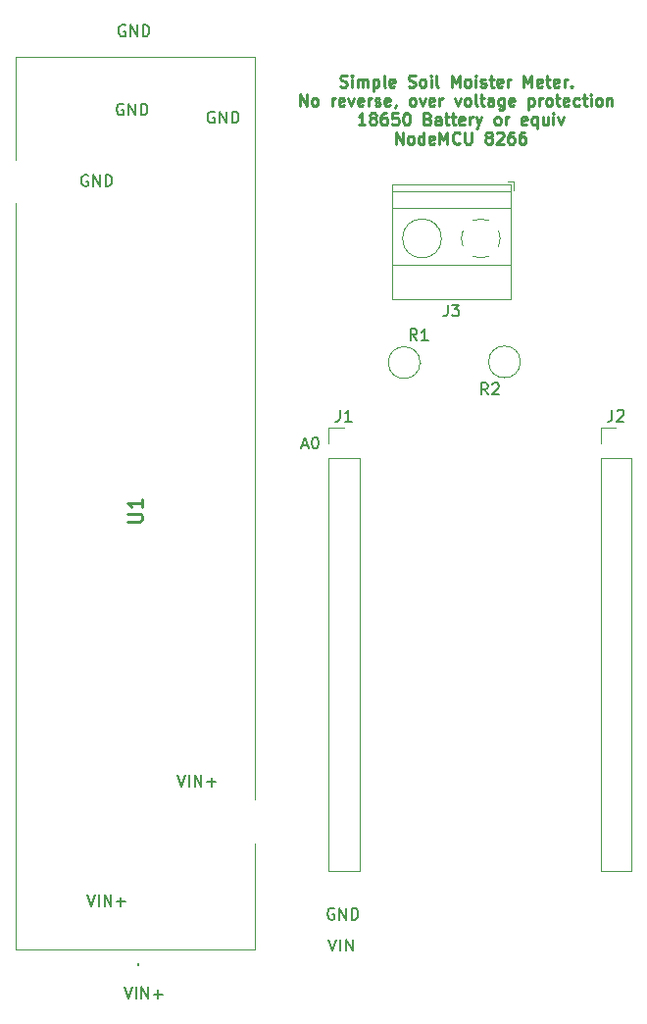
<source format=gbr>
%TF.GenerationSoftware,KiCad,Pcbnew,(6.0.0)*%
%TF.CreationDate,2022-04-22T11:48:44-07:00*%
%TF.ProjectId,Garden-Soil-MoistureSensor-Minimal,47617264-656e-42d5-936f-696c2d4d6f69,rev?*%
%TF.SameCoordinates,Original*%
%TF.FileFunction,Legend,Top*%
%TF.FilePolarity,Positive*%
%FSLAX46Y46*%
G04 Gerber Fmt 4.6, Leading zero omitted, Abs format (unit mm)*
G04 Created by KiCad (PCBNEW (6.0.0)) date 2022-04-22 11:48:44*
%MOMM*%
%LPD*%
G01*
G04 APERTURE LIST*
%ADD10C,0.254000*%
%ADD11C,0.150000*%
%ADD12C,0.120000*%
%ADD13C,0.100000*%
%ADD14C,0.200000*%
G04 APERTURE END LIST*
D10*
X151081477Y-57047193D02*
X151226620Y-57095574D01*
X151468524Y-57095574D01*
X151565286Y-57047193D01*
X151613667Y-56998812D01*
X151662048Y-56902050D01*
X151662048Y-56805288D01*
X151613667Y-56708526D01*
X151565286Y-56660145D01*
X151468524Y-56611764D01*
X151275001Y-56563383D01*
X151178239Y-56515002D01*
X151129858Y-56466621D01*
X151081477Y-56369859D01*
X151081477Y-56273097D01*
X151129858Y-56176335D01*
X151178239Y-56127955D01*
X151275001Y-56079574D01*
X151516905Y-56079574D01*
X151662048Y-56127955D01*
X152097477Y-57095574D02*
X152097477Y-56418240D01*
X152097477Y-56079574D02*
X152049096Y-56127955D01*
X152097477Y-56176335D01*
X152145858Y-56127955D01*
X152097477Y-56079574D01*
X152097477Y-56176335D01*
X152581286Y-57095574D02*
X152581286Y-56418240D01*
X152581286Y-56515002D02*
X152629667Y-56466621D01*
X152726429Y-56418240D01*
X152871572Y-56418240D01*
X152968334Y-56466621D01*
X153016715Y-56563383D01*
X153016715Y-57095574D01*
X153016715Y-56563383D02*
X153065096Y-56466621D01*
X153161858Y-56418240D01*
X153307001Y-56418240D01*
X153403762Y-56466621D01*
X153452143Y-56563383D01*
X153452143Y-57095574D01*
X153935953Y-56418240D02*
X153935953Y-57434240D01*
X153935953Y-56466621D02*
X154032715Y-56418240D01*
X154226239Y-56418240D01*
X154323001Y-56466621D01*
X154371382Y-56515002D01*
X154419762Y-56611764D01*
X154419762Y-56902050D01*
X154371382Y-56998812D01*
X154323001Y-57047193D01*
X154226239Y-57095574D01*
X154032715Y-57095574D01*
X153935953Y-57047193D01*
X155000334Y-57095574D02*
X154903572Y-57047193D01*
X154855191Y-56950431D01*
X154855191Y-56079574D01*
X155774429Y-57047193D02*
X155677667Y-57095574D01*
X155484143Y-57095574D01*
X155387382Y-57047193D01*
X155339001Y-56950431D01*
X155339001Y-56563383D01*
X155387382Y-56466621D01*
X155484143Y-56418240D01*
X155677667Y-56418240D01*
X155774429Y-56466621D01*
X155822810Y-56563383D01*
X155822810Y-56660145D01*
X155339001Y-56756907D01*
X156983953Y-57047193D02*
X157129096Y-57095574D01*
X157371001Y-57095574D01*
X157467762Y-57047193D01*
X157516143Y-56998812D01*
X157564524Y-56902050D01*
X157564524Y-56805288D01*
X157516143Y-56708526D01*
X157467762Y-56660145D01*
X157371001Y-56611764D01*
X157177477Y-56563383D01*
X157080715Y-56515002D01*
X157032334Y-56466621D01*
X156983953Y-56369859D01*
X156983953Y-56273097D01*
X157032334Y-56176335D01*
X157080715Y-56127955D01*
X157177477Y-56079574D01*
X157419382Y-56079574D01*
X157564524Y-56127955D01*
X158145096Y-57095574D02*
X158048334Y-57047193D01*
X157999953Y-56998812D01*
X157951572Y-56902050D01*
X157951572Y-56611764D01*
X157999953Y-56515002D01*
X158048334Y-56466621D01*
X158145096Y-56418240D01*
X158290239Y-56418240D01*
X158387001Y-56466621D01*
X158435382Y-56515002D01*
X158483762Y-56611764D01*
X158483762Y-56902050D01*
X158435382Y-56998812D01*
X158387001Y-57047193D01*
X158290239Y-57095574D01*
X158145096Y-57095574D01*
X158919191Y-57095574D02*
X158919191Y-56418240D01*
X158919191Y-56079574D02*
X158870810Y-56127955D01*
X158919191Y-56176335D01*
X158967572Y-56127955D01*
X158919191Y-56079574D01*
X158919191Y-56176335D01*
X159548143Y-57095574D02*
X159451382Y-57047193D01*
X159403001Y-56950431D01*
X159403001Y-56079574D01*
X160709286Y-57095574D02*
X160709286Y-56079574D01*
X161047953Y-56805288D01*
X161386620Y-56079574D01*
X161386620Y-57095574D01*
X162015572Y-57095574D02*
X161918810Y-57047193D01*
X161870429Y-56998812D01*
X161822048Y-56902050D01*
X161822048Y-56611764D01*
X161870429Y-56515002D01*
X161918810Y-56466621D01*
X162015572Y-56418240D01*
X162160715Y-56418240D01*
X162257477Y-56466621D01*
X162305858Y-56515002D01*
X162354239Y-56611764D01*
X162354239Y-56902050D01*
X162305858Y-56998812D01*
X162257477Y-57047193D01*
X162160715Y-57095574D01*
X162015572Y-57095574D01*
X162789667Y-57095574D02*
X162789667Y-56418240D01*
X162789667Y-56079574D02*
X162741286Y-56127955D01*
X162789667Y-56176335D01*
X162838048Y-56127955D01*
X162789667Y-56079574D01*
X162789667Y-56176335D01*
X163225096Y-57047193D02*
X163321858Y-57095574D01*
X163515382Y-57095574D01*
X163612143Y-57047193D01*
X163660524Y-56950431D01*
X163660524Y-56902050D01*
X163612143Y-56805288D01*
X163515382Y-56756907D01*
X163370239Y-56756907D01*
X163273477Y-56708526D01*
X163225096Y-56611764D01*
X163225096Y-56563383D01*
X163273477Y-56466621D01*
X163370239Y-56418240D01*
X163515382Y-56418240D01*
X163612143Y-56466621D01*
X163950810Y-56418240D02*
X164337858Y-56418240D01*
X164095953Y-56079574D02*
X164095953Y-56950431D01*
X164144334Y-57047193D01*
X164241096Y-57095574D01*
X164337858Y-57095574D01*
X165063572Y-57047193D02*
X164966810Y-57095574D01*
X164773286Y-57095574D01*
X164676524Y-57047193D01*
X164628143Y-56950431D01*
X164628143Y-56563383D01*
X164676524Y-56466621D01*
X164773286Y-56418240D01*
X164966810Y-56418240D01*
X165063572Y-56466621D01*
X165111953Y-56563383D01*
X165111953Y-56660145D01*
X164628143Y-56756907D01*
X165547382Y-57095574D02*
X165547382Y-56418240D01*
X165547382Y-56611764D02*
X165595762Y-56515002D01*
X165644143Y-56466621D01*
X165740905Y-56418240D01*
X165837667Y-56418240D01*
X166950429Y-57095574D02*
X166950429Y-56079574D01*
X167289096Y-56805288D01*
X167627762Y-56079574D01*
X167627762Y-57095574D01*
X168498620Y-57047193D02*
X168401858Y-57095574D01*
X168208334Y-57095574D01*
X168111572Y-57047193D01*
X168063191Y-56950431D01*
X168063191Y-56563383D01*
X168111572Y-56466621D01*
X168208334Y-56418240D01*
X168401858Y-56418240D01*
X168498620Y-56466621D01*
X168547001Y-56563383D01*
X168547001Y-56660145D01*
X168063191Y-56756907D01*
X168837286Y-56418240D02*
X169224334Y-56418240D01*
X168982429Y-56079574D02*
X168982429Y-56950431D01*
X169030810Y-57047193D01*
X169127572Y-57095574D01*
X169224334Y-57095574D01*
X169950048Y-57047193D02*
X169853286Y-57095574D01*
X169659762Y-57095574D01*
X169563001Y-57047193D01*
X169514620Y-56950431D01*
X169514620Y-56563383D01*
X169563001Y-56466621D01*
X169659762Y-56418240D01*
X169853286Y-56418240D01*
X169950048Y-56466621D01*
X169998429Y-56563383D01*
X169998429Y-56660145D01*
X169514620Y-56756907D01*
X170433858Y-57095574D02*
X170433858Y-56418240D01*
X170433858Y-56611764D02*
X170482239Y-56515002D01*
X170530620Y-56466621D01*
X170627382Y-56418240D01*
X170724143Y-56418240D01*
X171062810Y-56998812D02*
X171111191Y-57047193D01*
X171062810Y-57095574D01*
X171014429Y-57047193D01*
X171062810Y-56998812D01*
X171062810Y-57095574D01*
X147622239Y-58731334D02*
X147622239Y-57715334D01*
X148202810Y-58731334D01*
X148202810Y-57715334D01*
X148831762Y-58731334D02*
X148735001Y-58682953D01*
X148686620Y-58634572D01*
X148638239Y-58537810D01*
X148638239Y-58247524D01*
X148686620Y-58150762D01*
X148735001Y-58102381D01*
X148831762Y-58054000D01*
X148976905Y-58054000D01*
X149073667Y-58102381D01*
X149122048Y-58150762D01*
X149170429Y-58247524D01*
X149170429Y-58537810D01*
X149122048Y-58634572D01*
X149073667Y-58682953D01*
X148976905Y-58731334D01*
X148831762Y-58731334D01*
X150379953Y-58731334D02*
X150379953Y-58054000D01*
X150379953Y-58247524D02*
X150428334Y-58150762D01*
X150476715Y-58102381D01*
X150573477Y-58054000D01*
X150670239Y-58054000D01*
X151395953Y-58682953D02*
X151299191Y-58731334D01*
X151105667Y-58731334D01*
X151008905Y-58682953D01*
X150960524Y-58586191D01*
X150960524Y-58199143D01*
X151008905Y-58102381D01*
X151105667Y-58054000D01*
X151299191Y-58054000D01*
X151395953Y-58102381D01*
X151444334Y-58199143D01*
X151444334Y-58295905D01*
X150960524Y-58392667D01*
X151783001Y-58054000D02*
X152024905Y-58731334D01*
X152266810Y-58054000D01*
X153040905Y-58682953D02*
X152944143Y-58731334D01*
X152750620Y-58731334D01*
X152653858Y-58682953D01*
X152605477Y-58586191D01*
X152605477Y-58199143D01*
X152653858Y-58102381D01*
X152750620Y-58054000D01*
X152944143Y-58054000D01*
X153040905Y-58102381D01*
X153089286Y-58199143D01*
X153089286Y-58295905D01*
X152605477Y-58392667D01*
X153524715Y-58731334D02*
X153524715Y-58054000D01*
X153524715Y-58247524D02*
X153573096Y-58150762D01*
X153621477Y-58102381D01*
X153718239Y-58054000D01*
X153815001Y-58054000D01*
X154105286Y-58682953D02*
X154202048Y-58731334D01*
X154395572Y-58731334D01*
X154492334Y-58682953D01*
X154540715Y-58586191D01*
X154540715Y-58537810D01*
X154492334Y-58441048D01*
X154395572Y-58392667D01*
X154250429Y-58392667D01*
X154153667Y-58344286D01*
X154105286Y-58247524D01*
X154105286Y-58199143D01*
X154153667Y-58102381D01*
X154250429Y-58054000D01*
X154395572Y-58054000D01*
X154492334Y-58102381D01*
X155363191Y-58682953D02*
X155266429Y-58731334D01*
X155072905Y-58731334D01*
X154976143Y-58682953D01*
X154927762Y-58586191D01*
X154927762Y-58199143D01*
X154976143Y-58102381D01*
X155072905Y-58054000D01*
X155266429Y-58054000D01*
X155363191Y-58102381D01*
X155411572Y-58199143D01*
X155411572Y-58295905D01*
X154927762Y-58392667D01*
X155895382Y-58682953D02*
X155895382Y-58731334D01*
X155847001Y-58828095D01*
X155798620Y-58876476D01*
X157250048Y-58731334D02*
X157153286Y-58682953D01*
X157104905Y-58634572D01*
X157056524Y-58537810D01*
X157056524Y-58247524D01*
X157104905Y-58150762D01*
X157153286Y-58102381D01*
X157250048Y-58054000D01*
X157395191Y-58054000D01*
X157491953Y-58102381D01*
X157540334Y-58150762D01*
X157588715Y-58247524D01*
X157588715Y-58537810D01*
X157540334Y-58634572D01*
X157491953Y-58682953D01*
X157395191Y-58731334D01*
X157250048Y-58731334D01*
X157927382Y-58054000D02*
X158169286Y-58731334D01*
X158411191Y-58054000D01*
X159185286Y-58682953D02*
X159088524Y-58731334D01*
X158895001Y-58731334D01*
X158798239Y-58682953D01*
X158749858Y-58586191D01*
X158749858Y-58199143D01*
X158798239Y-58102381D01*
X158895001Y-58054000D01*
X159088524Y-58054000D01*
X159185286Y-58102381D01*
X159233667Y-58199143D01*
X159233667Y-58295905D01*
X158749858Y-58392667D01*
X159669096Y-58731334D02*
X159669096Y-58054000D01*
X159669096Y-58247524D02*
X159717477Y-58150762D01*
X159765858Y-58102381D01*
X159862620Y-58054000D01*
X159959382Y-58054000D01*
X160975382Y-58054000D02*
X161217286Y-58731334D01*
X161459191Y-58054000D01*
X161991382Y-58731334D02*
X161894620Y-58682953D01*
X161846239Y-58634572D01*
X161797858Y-58537810D01*
X161797858Y-58247524D01*
X161846239Y-58150762D01*
X161894620Y-58102381D01*
X161991382Y-58054000D01*
X162136524Y-58054000D01*
X162233286Y-58102381D01*
X162281667Y-58150762D01*
X162330048Y-58247524D01*
X162330048Y-58537810D01*
X162281667Y-58634572D01*
X162233286Y-58682953D01*
X162136524Y-58731334D01*
X161991382Y-58731334D01*
X162910620Y-58731334D02*
X162813858Y-58682953D01*
X162765477Y-58586191D01*
X162765477Y-57715334D01*
X163152524Y-58054000D02*
X163539572Y-58054000D01*
X163297667Y-57715334D02*
X163297667Y-58586191D01*
X163346048Y-58682953D01*
X163442810Y-58731334D01*
X163539572Y-58731334D01*
X164313667Y-58731334D02*
X164313667Y-58199143D01*
X164265286Y-58102381D01*
X164168524Y-58054000D01*
X163975001Y-58054000D01*
X163878239Y-58102381D01*
X164313667Y-58682953D02*
X164216905Y-58731334D01*
X163975001Y-58731334D01*
X163878239Y-58682953D01*
X163829858Y-58586191D01*
X163829858Y-58489429D01*
X163878239Y-58392667D01*
X163975001Y-58344286D01*
X164216905Y-58344286D01*
X164313667Y-58295905D01*
X165232905Y-58054000D02*
X165232905Y-58876476D01*
X165184524Y-58973238D01*
X165136143Y-59021619D01*
X165039382Y-59070000D01*
X164894239Y-59070000D01*
X164797477Y-59021619D01*
X165232905Y-58682953D02*
X165136143Y-58731334D01*
X164942620Y-58731334D01*
X164845858Y-58682953D01*
X164797477Y-58634572D01*
X164749096Y-58537810D01*
X164749096Y-58247524D01*
X164797477Y-58150762D01*
X164845858Y-58102381D01*
X164942620Y-58054000D01*
X165136143Y-58054000D01*
X165232905Y-58102381D01*
X166103762Y-58682953D02*
X166007001Y-58731334D01*
X165813477Y-58731334D01*
X165716715Y-58682953D01*
X165668334Y-58586191D01*
X165668334Y-58199143D01*
X165716715Y-58102381D01*
X165813477Y-58054000D01*
X166007001Y-58054000D01*
X166103762Y-58102381D01*
X166152143Y-58199143D01*
X166152143Y-58295905D01*
X165668334Y-58392667D01*
X167361667Y-58054000D02*
X167361667Y-59070000D01*
X167361667Y-58102381D02*
X167458429Y-58054000D01*
X167651953Y-58054000D01*
X167748715Y-58102381D01*
X167797096Y-58150762D01*
X167845477Y-58247524D01*
X167845477Y-58537810D01*
X167797096Y-58634572D01*
X167748715Y-58682953D01*
X167651953Y-58731334D01*
X167458429Y-58731334D01*
X167361667Y-58682953D01*
X168280905Y-58731334D02*
X168280905Y-58054000D01*
X168280905Y-58247524D02*
X168329286Y-58150762D01*
X168377667Y-58102381D01*
X168474429Y-58054000D01*
X168571191Y-58054000D01*
X169055001Y-58731334D02*
X168958239Y-58682953D01*
X168909858Y-58634572D01*
X168861477Y-58537810D01*
X168861477Y-58247524D01*
X168909858Y-58150762D01*
X168958239Y-58102381D01*
X169055001Y-58054000D01*
X169200143Y-58054000D01*
X169296905Y-58102381D01*
X169345286Y-58150762D01*
X169393667Y-58247524D01*
X169393667Y-58537810D01*
X169345286Y-58634572D01*
X169296905Y-58682953D01*
X169200143Y-58731334D01*
X169055001Y-58731334D01*
X169683953Y-58054000D02*
X170071001Y-58054000D01*
X169829096Y-57715334D02*
X169829096Y-58586191D01*
X169877477Y-58682953D01*
X169974239Y-58731334D01*
X170071001Y-58731334D01*
X170796715Y-58682953D02*
X170699953Y-58731334D01*
X170506429Y-58731334D01*
X170409667Y-58682953D01*
X170361286Y-58586191D01*
X170361286Y-58199143D01*
X170409667Y-58102381D01*
X170506429Y-58054000D01*
X170699953Y-58054000D01*
X170796715Y-58102381D01*
X170845096Y-58199143D01*
X170845096Y-58295905D01*
X170361286Y-58392667D01*
X171715953Y-58682953D02*
X171619191Y-58731334D01*
X171425667Y-58731334D01*
X171328905Y-58682953D01*
X171280524Y-58634572D01*
X171232143Y-58537810D01*
X171232143Y-58247524D01*
X171280524Y-58150762D01*
X171328905Y-58102381D01*
X171425667Y-58054000D01*
X171619191Y-58054000D01*
X171715953Y-58102381D01*
X172006239Y-58054000D02*
X172393286Y-58054000D01*
X172151382Y-57715334D02*
X172151382Y-58586191D01*
X172199762Y-58682953D01*
X172296524Y-58731334D01*
X172393286Y-58731334D01*
X172731953Y-58731334D02*
X172731953Y-58054000D01*
X172731953Y-57715334D02*
X172683572Y-57763715D01*
X172731953Y-57812095D01*
X172780334Y-57763715D01*
X172731953Y-57715334D01*
X172731953Y-57812095D01*
X173360905Y-58731334D02*
X173264143Y-58682953D01*
X173215762Y-58634572D01*
X173167382Y-58537810D01*
X173167382Y-58247524D01*
X173215762Y-58150762D01*
X173264143Y-58102381D01*
X173360905Y-58054000D01*
X173506048Y-58054000D01*
X173602810Y-58102381D01*
X173651191Y-58150762D01*
X173699572Y-58247524D01*
X173699572Y-58537810D01*
X173651191Y-58634572D01*
X173602810Y-58682953D01*
X173506048Y-58731334D01*
X173360905Y-58731334D01*
X174135001Y-58054000D02*
X174135001Y-58731334D01*
X174135001Y-58150762D02*
X174183382Y-58102381D01*
X174280143Y-58054000D01*
X174425286Y-58054000D01*
X174522048Y-58102381D01*
X174570429Y-58199143D01*
X174570429Y-58731334D01*
X153234429Y-60367094D02*
X152653858Y-60367094D01*
X152944143Y-60367094D02*
X152944143Y-59351094D01*
X152847382Y-59496236D01*
X152750620Y-59592998D01*
X152653858Y-59641379D01*
X153815001Y-59786522D02*
X153718239Y-59738141D01*
X153669858Y-59689760D01*
X153621477Y-59592998D01*
X153621477Y-59544617D01*
X153669858Y-59447855D01*
X153718239Y-59399475D01*
X153815001Y-59351094D01*
X154008524Y-59351094D01*
X154105286Y-59399475D01*
X154153667Y-59447855D01*
X154202048Y-59544617D01*
X154202048Y-59592998D01*
X154153667Y-59689760D01*
X154105286Y-59738141D01*
X154008524Y-59786522D01*
X153815001Y-59786522D01*
X153718239Y-59834903D01*
X153669858Y-59883284D01*
X153621477Y-59980046D01*
X153621477Y-60173570D01*
X153669858Y-60270332D01*
X153718239Y-60318713D01*
X153815001Y-60367094D01*
X154008524Y-60367094D01*
X154105286Y-60318713D01*
X154153667Y-60270332D01*
X154202048Y-60173570D01*
X154202048Y-59980046D01*
X154153667Y-59883284D01*
X154105286Y-59834903D01*
X154008524Y-59786522D01*
X155072905Y-59351094D02*
X154879382Y-59351094D01*
X154782620Y-59399475D01*
X154734239Y-59447855D01*
X154637477Y-59592998D01*
X154589096Y-59786522D01*
X154589096Y-60173570D01*
X154637477Y-60270332D01*
X154685858Y-60318713D01*
X154782620Y-60367094D01*
X154976143Y-60367094D01*
X155072905Y-60318713D01*
X155121286Y-60270332D01*
X155169667Y-60173570D01*
X155169667Y-59931665D01*
X155121286Y-59834903D01*
X155072905Y-59786522D01*
X154976143Y-59738141D01*
X154782620Y-59738141D01*
X154685858Y-59786522D01*
X154637477Y-59834903D01*
X154589096Y-59931665D01*
X156088905Y-59351094D02*
X155605096Y-59351094D01*
X155556715Y-59834903D01*
X155605096Y-59786522D01*
X155701858Y-59738141D01*
X155943762Y-59738141D01*
X156040524Y-59786522D01*
X156088905Y-59834903D01*
X156137286Y-59931665D01*
X156137286Y-60173570D01*
X156088905Y-60270332D01*
X156040524Y-60318713D01*
X155943762Y-60367094D01*
X155701858Y-60367094D01*
X155605096Y-60318713D01*
X155556715Y-60270332D01*
X156766239Y-59351094D02*
X156863001Y-59351094D01*
X156959762Y-59399475D01*
X157008143Y-59447855D01*
X157056524Y-59544617D01*
X157104905Y-59738141D01*
X157104905Y-59980046D01*
X157056524Y-60173570D01*
X157008143Y-60270332D01*
X156959762Y-60318713D01*
X156863001Y-60367094D01*
X156766239Y-60367094D01*
X156669477Y-60318713D01*
X156621096Y-60270332D01*
X156572715Y-60173570D01*
X156524334Y-59980046D01*
X156524334Y-59738141D01*
X156572715Y-59544617D01*
X156621096Y-59447855D01*
X156669477Y-59399475D01*
X156766239Y-59351094D01*
X158653096Y-59834903D02*
X158798239Y-59883284D01*
X158846620Y-59931665D01*
X158895001Y-60028427D01*
X158895001Y-60173570D01*
X158846620Y-60270332D01*
X158798239Y-60318713D01*
X158701477Y-60367094D01*
X158314429Y-60367094D01*
X158314429Y-59351094D01*
X158653096Y-59351094D01*
X158749858Y-59399475D01*
X158798239Y-59447855D01*
X158846620Y-59544617D01*
X158846620Y-59641379D01*
X158798239Y-59738141D01*
X158749858Y-59786522D01*
X158653096Y-59834903D01*
X158314429Y-59834903D01*
X159765858Y-60367094D02*
X159765858Y-59834903D01*
X159717477Y-59738141D01*
X159620715Y-59689760D01*
X159427191Y-59689760D01*
X159330429Y-59738141D01*
X159765858Y-60318713D02*
X159669096Y-60367094D01*
X159427191Y-60367094D01*
X159330429Y-60318713D01*
X159282048Y-60221951D01*
X159282048Y-60125189D01*
X159330429Y-60028427D01*
X159427191Y-59980046D01*
X159669096Y-59980046D01*
X159765858Y-59931665D01*
X160104524Y-59689760D02*
X160491572Y-59689760D01*
X160249667Y-59351094D02*
X160249667Y-60221951D01*
X160298048Y-60318713D01*
X160394810Y-60367094D01*
X160491572Y-60367094D01*
X160685096Y-59689760D02*
X161072143Y-59689760D01*
X160830239Y-59351094D02*
X160830239Y-60221951D01*
X160878620Y-60318713D01*
X160975382Y-60367094D01*
X161072143Y-60367094D01*
X161797858Y-60318713D02*
X161701096Y-60367094D01*
X161507572Y-60367094D01*
X161410810Y-60318713D01*
X161362429Y-60221951D01*
X161362429Y-59834903D01*
X161410810Y-59738141D01*
X161507572Y-59689760D01*
X161701096Y-59689760D01*
X161797858Y-59738141D01*
X161846239Y-59834903D01*
X161846239Y-59931665D01*
X161362429Y-60028427D01*
X162281667Y-60367094D02*
X162281667Y-59689760D01*
X162281667Y-59883284D02*
X162330048Y-59786522D01*
X162378429Y-59738141D01*
X162475191Y-59689760D01*
X162571953Y-59689760D01*
X162813858Y-59689760D02*
X163055762Y-60367094D01*
X163297667Y-59689760D02*
X163055762Y-60367094D01*
X162959001Y-60608998D01*
X162910620Y-60657379D01*
X162813858Y-60705760D01*
X164603953Y-60367094D02*
X164507191Y-60318713D01*
X164458810Y-60270332D01*
X164410429Y-60173570D01*
X164410429Y-59883284D01*
X164458810Y-59786522D01*
X164507191Y-59738141D01*
X164603953Y-59689760D01*
X164749096Y-59689760D01*
X164845858Y-59738141D01*
X164894239Y-59786522D01*
X164942620Y-59883284D01*
X164942620Y-60173570D01*
X164894239Y-60270332D01*
X164845858Y-60318713D01*
X164749096Y-60367094D01*
X164603953Y-60367094D01*
X165378048Y-60367094D02*
X165378048Y-59689760D01*
X165378048Y-59883284D02*
X165426429Y-59786522D01*
X165474810Y-59738141D01*
X165571572Y-59689760D01*
X165668334Y-59689760D01*
X167168143Y-60318713D02*
X167071382Y-60367094D01*
X166877858Y-60367094D01*
X166781096Y-60318713D01*
X166732715Y-60221951D01*
X166732715Y-59834903D01*
X166781096Y-59738141D01*
X166877858Y-59689760D01*
X167071382Y-59689760D01*
X167168143Y-59738141D01*
X167216524Y-59834903D01*
X167216524Y-59931665D01*
X166732715Y-60028427D01*
X168087382Y-59689760D02*
X168087382Y-60705760D01*
X168087382Y-60318713D02*
X167990620Y-60367094D01*
X167797096Y-60367094D01*
X167700334Y-60318713D01*
X167651953Y-60270332D01*
X167603572Y-60173570D01*
X167603572Y-59883284D01*
X167651953Y-59786522D01*
X167700334Y-59738141D01*
X167797096Y-59689760D01*
X167990620Y-59689760D01*
X168087382Y-59738141D01*
X169006620Y-59689760D02*
X169006620Y-60367094D01*
X168571191Y-59689760D02*
X168571191Y-60221951D01*
X168619572Y-60318713D01*
X168716334Y-60367094D01*
X168861477Y-60367094D01*
X168958239Y-60318713D01*
X169006620Y-60270332D01*
X169490429Y-60367094D02*
X169490429Y-59689760D01*
X169490429Y-59351094D02*
X169442048Y-59399475D01*
X169490429Y-59447855D01*
X169538810Y-59399475D01*
X169490429Y-59351094D01*
X169490429Y-59447855D01*
X169877477Y-59689760D02*
X170119382Y-60367094D01*
X170361286Y-59689760D01*
X155895382Y-62002854D02*
X155895382Y-60986854D01*
X156475953Y-62002854D01*
X156475953Y-60986854D01*
X157104905Y-62002854D02*
X157008143Y-61954473D01*
X156959762Y-61906092D01*
X156911382Y-61809330D01*
X156911382Y-61519044D01*
X156959762Y-61422282D01*
X157008143Y-61373901D01*
X157104905Y-61325520D01*
X157250048Y-61325520D01*
X157346810Y-61373901D01*
X157395191Y-61422282D01*
X157443572Y-61519044D01*
X157443572Y-61809330D01*
X157395191Y-61906092D01*
X157346810Y-61954473D01*
X157250048Y-62002854D01*
X157104905Y-62002854D01*
X158314429Y-62002854D02*
X158314429Y-60986854D01*
X158314429Y-61954473D02*
X158217667Y-62002854D01*
X158024143Y-62002854D01*
X157927382Y-61954473D01*
X157879001Y-61906092D01*
X157830620Y-61809330D01*
X157830620Y-61519044D01*
X157879001Y-61422282D01*
X157927382Y-61373901D01*
X158024143Y-61325520D01*
X158217667Y-61325520D01*
X158314429Y-61373901D01*
X159185286Y-61954473D02*
X159088524Y-62002854D01*
X158895001Y-62002854D01*
X158798239Y-61954473D01*
X158749858Y-61857711D01*
X158749858Y-61470663D01*
X158798239Y-61373901D01*
X158895001Y-61325520D01*
X159088524Y-61325520D01*
X159185286Y-61373901D01*
X159233667Y-61470663D01*
X159233667Y-61567425D01*
X158749858Y-61664187D01*
X159669096Y-62002854D02*
X159669096Y-60986854D01*
X160007762Y-61712568D01*
X160346429Y-60986854D01*
X160346429Y-62002854D01*
X161410810Y-61906092D02*
X161362429Y-61954473D01*
X161217286Y-62002854D01*
X161120524Y-62002854D01*
X160975382Y-61954473D01*
X160878620Y-61857711D01*
X160830239Y-61760949D01*
X160781858Y-61567425D01*
X160781858Y-61422282D01*
X160830239Y-61228758D01*
X160878620Y-61131996D01*
X160975382Y-61035235D01*
X161120524Y-60986854D01*
X161217286Y-60986854D01*
X161362429Y-61035235D01*
X161410810Y-61083615D01*
X161846239Y-60986854D02*
X161846239Y-61809330D01*
X161894620Y-61906092D01*
X161943001Y-61954473D01*
X162039762Y-62002854D01*
X162233286Y-62002854D01*
X162330048Y-61954473D01*
X162378429Y-61906092D01*
X162426810Y-61809330D01*
X162426810Y-60986854D01*
X163829858Y-61422282D02*
X163733096Y-61373901D01*
X163684715Y-61325520D01*
X163636334Y-61228758D01*
X163636334Y-61180377D01*
X163684715Y-61083615D01*
X163733096Y-61035235D01*
X163829858Y-60986854D01*
X164023382Y-60986854D01*
X164120143Y-61035235D01*
X164168524Y-61083615D01*
X164216905Y-61180377D01*
X164216905Y-61228758D01*
X164168524Y-61325520D01*
X164120143Y-61373901D01*
X164023382Y-61422282D01*
X163829858Y-61422282D01*
X163733096Y-61470663D01*
X163684715Y-61519044D01*
X163636334Y-61615806D01*
X163636334Y-61809330D01*
X163684715Y-61906092D01*
X163733096Y-61954473D01*
X163829858Y-62002854D01*
X164023382Y-62002854D01*
X164120143Y-61954473D01*
X164168524Y-61906092D01*
X164216905Y-61809330D01*
X164216905Y-61615806D01*
X164168524Y-61519044D01*
X164120143Y-61470663D01*
X164023382Y-61422282D01*
X164603953Y-61083615D02*
X164652334Y-61035235D01*
X164749096Y-60986854D01*
X164991001Y-60986854D01*
X165087762Y-61035235D01*
X165136143Y-61083615D01*
X165184524Y-61180377D01*
X165184524Y-61277139D01*
X165136143Y-61422282D01*
X164555572Y-62002854D01*
X165184524Y-62002854D01*
X166055382Y-60986854D02*
X165861858Y-60986854D01*
X165765096Y-61035235D01*
X165716715Y-61083615D01*
X165619953Y-61228758D01*
X165571572Y-61422282D01*
X165571572Y-61809330D01*
X165619953Y-61906092D01*
X165668334Y-61954473D01*
X165765096Y-62002854D01*
X165958620Y-62002854D01*
X166055382Y-61954473D01*
X166103762Y-61906092D01*
X166152143Y-61809330D01*
X166152143Y-61567425D01*
X166103762Y-61470663D01*
X166055382Y-61422282D01*
X165958620Y-61373901D01*
X165765096Y-61373901D01*
X165668334Y-61422282D01*
X165619953Y-61470663D01*
X165571572Y-61567425D01*
X167023001Y-60986854D02*
X166829477Y-60986854D01*
X166732715Y-61035235D01*
X166684334Y-61083615D01*
X166587572Y-61228758D01*
X166539191Y-61422282D01*
X166539191Y-61809330D01*
X166587572Y-61906092D01*
X166635953Y-61954473D01*
X166732715Y-62002854D01*
X166926239Y-62002854D01*
X167023001Y-61954473D01*
X167071382Y-61906092D01*
X167119762Y-61809330D01*
X167119762Y-61567425D01*
X167071382Y-61470663D01*
X167023001Y-61422282D01*
X166926239Y-61373901D01*
X166732715Y-61373901D01*
X166635953Y-61422282D01*
X166587572Y-61470663D01*
X166539191Y-61567425D01*
D11*
X137049064Y-116487278D02*
X137382397Y-117487278D01*
X137715730Y-116487278D01*
X138049064Y-117487278D02*
X138049064Y-116487278D01*
X138525254Y-117487278D02*
X138525254Y-116487278D01*
X139096683Y-117487278D01*
X139096683Y-116487278D01*
X139572873Y-117106326D02*
X140334778Y-117106326D01*
X139953826Y-117487278D02*
X139953826Y-116725374D01*
X132510746Y-51779804D02*
X132415508Y-51732184D01*
X132272651Y-51732184D01*
X132129793Y-51779804D01*
X132034555Y-51875042D01*
X131986936Y-51970280D01*
X131939317Y-52160756D01*
X131939317Y-52303613D01*
X131986936Y-52494089D01*
X132034555Y-52589327D01*
X132129793Y-52684565D01*
X132272651Y-52732184D01*
X132367889Y-52732184D01*
X132510746Y-52684565D01*
X132558365Y-52636946D01*
X132558365Y-52303613D01*
X132367889Y-52303613D01*
X132986936Y-52732184D02*
X132986936Y-51732184D01*
X133558365Y-52732184D01*
X133558365Y-51732184D01*
X134034555Y-52732184D02*
X134034555Y-51732184D01*
X134272651Y-51732184D01*
X134415508Y-51779804D01*
X134510746Y-51875042D01*
X134558365Y-51970280D01*
X134605984Y-52160756D01*
X134605984Y-52303613D01*
X134558365Y-52494089D01*
X134510746Y-52589327D01*
X134415508Y-52684565D01*
X134272651Y-52732184D01*
X134034555Y-52732184D01*
X140207067Y-59255657D02*
X140111829Y-59208037D01*
X139968972Y-59208037D01*
X139826114Y-59255657D01*
X139730876Y-59350895D01*
X139683257Y-59446133D01*
X139635638Y-59636609D01*
X139635638Y-59779466D01*
X139683257Y-59969942D01*
X139730876Y-60065180D01*
X139826114Y-60160418D01*
X139968972Y-60208037D01*
X140064210Y-60208037D01*
X140207067Y-60160418D01*
X140254686Y-60112799D01*
X140254686Y-59779466D01*
X140064210Y-59779466D01*
X140683257Y-60208037D02*
X140683257Y-59208037D01*
X141254686Y-60208037D01*
X141254686Y-59208037D01*
X141730876Y-60208037D02*
X141730876Y-59208037D01*
X141968972Y-59208037D01*
X142111829Y-59255657D01*
X142207067Y-59350895D01*
X142254686Y-59446133D01*
X142302305Y-59636609D01*
X142302305Y-59779466D01*
X142254686Y-59969942D01*
X142207067Y-60065180D01*
X142111829Y-60160418D01*
X141968972Y-60208037D01*
X141730876Y-60208037D01*
X132350406Y-58574212D02*
X132255168Y-58526592D01*
X132112311Y-58526592D01*
X131969453Y-58574212D01*
X131874215Y-58669450D01*
X131826596Y-58764688D01*
X131778977Y-58955164D01*
X131778977Y-59098021D01*
X131826596Y-59288497D01*
X131874215Y-59383735D01*
X131969453Y-59478973D01*
X132112311Y-59526592D01*
X132207549Y-59526592D01*
X132350406Y-59478973D01*
X132398025Y-59431354D01*
X132398025Y-59098021D01*
X132207549Y-59098021D01*
X132826596Y-59526592D02*
X132826596Y-58526592D01*
X133398025Y-59526592D01*
X133398025Y-58526592D01*
X133874215Y-59526592D02*
X133874215Y-58526592D01*
X134112311Y-58526592D01*
X134255168Y-58574212D01*
X134350406Y-58669450D01*
X134398025Y-58764688D01*
X134445644Y-58955164D01*
X134445644Y-59098021D01*
X134398025Y-59288497D01*
X134350406Y-59383735D01*
X134255168Y-59478973D01*
X134112311Y-59526592D01*
X133874215Y-59526592D01*
X129283904Y-64707218D02*
X129188666Y-64659598D01*
X129045809Y-64659598D01*
X128902951Y-64707218D01*
X128807713Y-64802456D01*
X128760094Y-64897694D01*
X128712475Y-65088170D01*
X128712475Y-65231027D01*
X128760094Y-65421503D01*
X128807713Y-65516741D01*
X128902951Y-65611979D01*
X129045809Y-65659598D01*
X129141047Y-65659598D01*
X129283904Y-65611979D01*
X129331523Y-65564360D01*
X129331523Y-65231027D01*
X129141047Y-65231027D01*
X129760094Y-65659598D02*
X129760094Y-64659598D01*
X130331523Y-65659598D01*
X130331523Y-64659598D01*
X130807713Y-65659598D02*
X130807713Y-64659598D01*
X131045809Y-64659598D01*
X131188666Y-64707218D01*
X131283904Y-64802456D01*
X131331523Y-64897694D01*
X131379142Y-65088170D01*
X131379142Y-65231027D01*
X131331523Y-65421503D01*
X131283904Y-65516741D01*
X131188666Y-65611979D01*
X131045809Y-65659598D01*
X130807713Y-65659598D01*
X129252455Y-126789048D02*
X129585788Y-127789048D01*
X129919121Y-126789048D01*
X130252455Y-127789048D02*
X130252455Y-126789048D01*
X130728645Y-127789048D02*
X130728645Y-126789048D01*
X131300074Y-127789048D01*
X131300074Y-126789048D01*
X131776264Y-127408096D02*
X132538169Y-127408096D01*
X132157217Y-127789048D02*
X132157217Y-127027144D01*
X132450961Y-134796609D02*
X132784294Y-135796609D01*
X133117627Y-134796609D01*
X133450961Y-135796609D02*
X133450961Y-134796609D01*
X133927151Y-135796609D02*
X133927151Y-134796609D01*
X134498580Y-135796609D01*
X134498580Y-134796609D01*
X134974770Y-135415657D02*
X135736675Y-135415657D01*
X135355723Y-135796609D02*
X135355723Y-135034705D01*
X150553377Y-128010877D02*
X150458139Y-127963257D01*
X150315282Y-127963257D01*
X150172424Y-128010877D01*
X150077186Y-128106115D01*
X150029567Y-128201353D01*
X149981948Y-128391829D01*
X149981948Y-128534686D01*
X150029567Y-128725162D01*
X150077186Y-128820400D01*
X150172424Y-128915638D01*
X150315282Y-128963257D01*
X150410520Y-128963257D01*
X150553377Y-128915638D01*
X150600996Y-128868019D01*
X150600996Y-128534686D01*
X150410520Y-128534686D01*
X151029567Y-128963257D02*
X151029567Y-127963257D01*
X151600996Y-128963257D01*
X151600996Y-127963257D01*
X152077186Y-128963257D02*
X152077186Y-127963257D01*
X152315282Y-127963257D01*
X152458139Y-128010877D01*
X152553377Y-128106115D01*
X152600996Y-128201353D01*
X152648615Y-128391829D01*
X152648615Y-128534686D01*
X152600996Y-128725162D01*
X152553377Y-128820400D01*
X152458139Y-128915638D01*
X152315282Y-128963257D01*
X152077186Y-128963257D01*
X150099788Y-130668995D02*
X150433122Y-131668995D01*
X150766455Y-130668995D01*
X151099788Y-131668995D02*
X151099788Y-130668995D01*
X151575979Y-131668995D02*
X151575979Y-130668995D01*
X152147407Y-131668995D01*
X152147407Y-130668995D01*
X147780951Y-88023519D02*
X148257141Y-88023519D01*
X147685713Y-88309233D02*
X148019046Y-87309233D01*
X148352379Y-88309233D01*
X148876189Y-87309233D02*
X148971427Y-87309233D01*
X149066665Y-87356853D01*
X149114284Y-87404472D01*
X149161903Y-87499710D01*
X149209522Y-87690186D01*
X149209522Y-87928281D01*
X149161903Y-88118757D01*
X149114284Y-88213995D01*
X149066665Y-88261614D01*
X148971427Y-88309233D01*
X148876189Y-88309233D01*
X148780951Y-88261614D01*
X148733332Y-88213995D01*
X148685713Y-88118757D01*
X148638094Y-87928281D01*
X148638094Y-87690186D01*
X148685713Y-87499710D01*
X148733332Y-87404472D01*
X148780951Y-87356853D01*
X148876189Y-87309233D01*
%TO.C,J2*%
X174575835Y-84965918D02*
X174575835Y-85680204D01*
X174528216Y-85823061D01*
X174432978Y-85918299D01*
X174290121Y-85965918D01*
X174194883Y-85965918D01*
X175004407Y-85061157D02*
X175052026Y-85013538D01*
X175147264Y-84965918D01*
X175385359Y-84965918D01*
X175480597Y-85013538D01*
X175528216Y-85061157D01*
X175575835Y-85156395D01*
X175575835Y-85251633D01*
X175528216Y-85394490D01*
X174956788Y-85965918D01*
X175575835Y-85965918D01*
%TO.C,R2*%
X163836736Y-83644573D02*
X163503403Y-83168383D01*
X163265307Y-83644573D02*
X163265307Y-82644573D01*
X163646260Y-82644573D01*
X163741498Y-82692193D01*
X163789117Y-82739812D01*
X163836736Y-82835050D01*
X163836736Y-82977907D01*
X163789117Y-83073145D01*
X163741498Y-83120764D01*
X163646260Y-83168383D01*
X163265307Y-83168383D01*
X164217688Y-82739812D02*
X164265307Y-82692193D01*
X164360545Y-82644573D01*
X164598641Y-82644573D01*
X164693879Y-82692193D01*
X164741498Y-82739812D01*
X164789117Y-82835050D01*
X164789117Y-82930288D01*
X164741498Y-83073145D01*
X164170069Y-83644573D01*
X164789117Y-83644573D01*
%TO.C,R1*%
X157714220Y-78968784D02*
X157380887Y-78492594D01*
X157142791Y-78968784D02*
X157142791Y-77968784D01*
X157523744Y-77968784D01*
X157618982Y-78016404D01*
X157666601Y-78064023D01*
X157714220Y-78159261D01*
X157714220Y-78302118D01*
X157666601Y-78397356D01*
X157618982Y-78444975D01*
X157523744Y-78492594D01*
X157142791Y-78492594D01*
X158666601Y-78968784D02*
X158095172Y-78968784D01*
X158380887Y-78968784D02*
X158380887Y-77968784D01*
X158285648Y-78111642D01*
X158190410Y-78206880D01*
X158095172Y-78254499D01*
%TO.C,J3*%
X160355805Y-75876694D02*
X160355805Y-76590980D01*
X160308186Y-76733837D01*
X160212948Y-76829075D01*
X160070091Y-76876694D01*
X159974853Y-76876694D01*
X160736758Y-75876694D02*
X161355805Y-75876694D01*
X161022472Y-76257647D01*
X161165329Y-76257647D01*
X161260567Y-76305266D01*
X161308186Y-76352885D01*
X161355805Y-76448123D01*
X161355805Y-76686218D01*
X161308186Y-76781456D01*
X161260567Y-76829075D01*
X161165329Y-76876694D01*
X160879615Y-76876694D01*
X160784377Y-76829075D01*
X160736758Y-76781456D01*
%TO.C,J1*%
X151080835Y-84965918D02*
X151080835Y-85680204D01*
X151033216Y-85823061D01*
X150937978Y-85918299D01*
X150795121Y-85965918D01*
X150699883Y-85965918D01*
X152080835Y-85965918D02*
X151509407Y-85965918D01*
X151795121Y-85965918D02*
X151795121Y-84965918D01*
X151699883Y-85108776D01*
X151604645Y-85204014D01*
X151509407Y-85251633D01*
D10*
%TO.C,U1*%
X132715467Y-94638838D02*
X133743563Y-94638838D01*
X133864515Y-94578361D01*
X133924991Y-94517885D01*
X133985467Y-94396933D01*
X133985467Y-94155028D01*
X133924991Y-94034076D01*
X133864515Y-93973599D01*
X133743563Y-93913123D01*
X132715467Y-93913123D01*
X133985467Y-92643123D02*
X133985467Y-93368838D01*
X133985467Y-93005980D02*
X132715467Y-93005980D01*
X132896896Y-93126933D01*
X133017848Y-93247885D01*
X133078324Y-93368838D01*
D12*
%TO.C,J2*%
X173579169Y-89113538D02*
X173579169Y-124733538D01*
X176239169Y-89113538D02*
X176239169Y-124733538D01*
X173579169Y-87843538D02*
X173579169Y-86513538D01*
X173579169Y-124733538D02*
X176239169Y-124733538D01*
X173579169Y-89113538D02*
X176239169Y-89113538D01*
X173579169Y-86513538D02*
X174909169Y-86513538D01*
%TO.C,R2*%
X163903403Y-80822193D02*
X163833403Y-80822193D01*
X166643403Y-80822193D02*
G75*
G03*
X166643403Y-80822193I-1370000J0D01*
G01*
%TO.C,R1*%
X157980887Y-80886404D02*
X158050887Y-80886404D01*
X157980887Y-80886404D02*
G75*
G03*
X157980887Y-80886404I-1370000J0D01*
G01*
%TO.C,J3*%
X155549139Y-75425314D02*
X155549139Y-65504314D01*
X156874139Y-71233314D02*
X156921139Y-71187314D01*
X159183139Y-68925314D02*
X159218139Y-68890314D01*
X165829139Y-66064314D02*
X155549139Y-66064314D01*
X165829139Y-67564314D02*
X155549139Y-67564314D01*
X165829139Y-72465314D02*
X155549139Y-72465314D01*
X157079139Y-71439314D02*
X157114139Y-71403314D01*
X165829139Y-75425314D02*
X165829139Y-65504314D01*
X165829139Y-65504314D02*
X155549139Y-65504314D01*
X166069139Y-65264314D02*
X165569139Y-65264314D01*
X165829139Y-75425314D02*
X155549139Y-75425314D01*
X159376139Y-69141314D02*
X159423139Y-69095314D01*
X166069139Y-66004314D02*
X166069139Y-65264314D01*
X163913139Y-68629314D02*
G75*
G03*
X163200334Y-68484061I-683999J-1535001D01*
G01*
X163229139Y-68484314D02*
G75*
G03*
X162545821Y-68629558I-1J-1679992D01*
G01*
X164764139Y-70848314D02*
G75*
G03*
X164764566Y-69481272I-1534993J684001D01*
G01*
X161694139Y-69480314D02*
G75*
G03*
X161693712Y-70847356I1534993J-684001D01*
G01*
X162545139Y-71699314D02*
G75*
G03*
X163912181Y-71699741I684001J1534993D01*
G01*
X159829139Y-70164314D02*
G75*
G03*
X159829139Y-70164314I-1680000J0D01*
G01*
%TO.C,J1*%
X152744169Y-89113538D02*
X152744169Y-124733538D01*
X150084169Y-86513538D02*
X151414169Y-86513538D01*
X150084169Y-89113538D02*
X150084169Y-124733538D01*
X150084169Y-89113538D02*
X152744169Y-89113538D01*
X150084169Y-87843538D02*
X150084169Y-86513538D01*
X150084169Y-124733538D02*
X152744169Y-124733538D01*
D13*
%TO.C,U1*%
X123085944Y-131509219D02*
X143735944Y-131509219D01*
X143735944Y-54459219D02*
X143735944Y-118624219D01*
X123085944Y-54459219D02*
X123085944Y-54459219D01*
X143735944Y-54459219D02*
X123085944Y-54459219D01*
D14*
X133660944Y-132784219D02*
X133660944Y-132784219D01*
D13*
X143735944Y-131509219D02*
X123085944Y-131509219D01*
X143735944Y-54459219D02*
X143735944Y-54459219D01*
X143735944Y-131509219D02*
X143735944Y-122374219D01*
D14*
X133660944Y-132884219D02*
X133660944Y-132884219D01*
D13*
X123085944Y-63374219D02*
X123085944Y-63374219D01*
X123085944Y-67124219D02*
X123085944Y-131509219D01*
X123085944Y-131509219D02*
X123085944Y-67124219D01*
X123085944Y-131509219D02*
X123085944Y-131509219D01*
X123085944Y-63374219D02*
X123085944Y-54459219D01*
X143735944Y-118624219D02*
X143735944Y-54459219D01*
X143735944Y-118624219D02*
X143735944Y-118624219D01*
X143735944Y-131509219D02*
X143735944Y-131509219D01*
X143735944Y-122374219D02*
X143735944Y-122374219D01*
X123085944Y-67124219D02*
X123085944Y-67124219D01*
X143735944Y-131509219D02*
X143735944Y-131509219D01*
X123085944Y-54459219D02*
X123085944Y-63374219D01*
X123085944Y-54459219D02*
X143735944Y-54459219D01*
D14*
X133660944Y-132884219D02*
X133660944Y-132884219D01*
D13*
X143735944Y-122374219D02*
X143735944Y-131509219D01*
X143735944Y-54459219D02*
X143735944Y-54459219D01*
X123085944Y-131509219D02*
X123085944Y-131509219D01*
X123085944Y-54459219D02*
X123085944Y-54459219D01*
D14*
X133660944Y-132784219D02*
G75*
G03*
X133660944Y-132884219I0J-50000D01*
G01*
X133660944Y-132884219D02*
G75*
G03*
X133660944Y-132784219I0J50000D01*
G01*
X133660944Y-132884219D02*
G75*
G03*
X133660944Y-132784219I0J50000D01*
G01*
%TD*%
M02*

</source>
